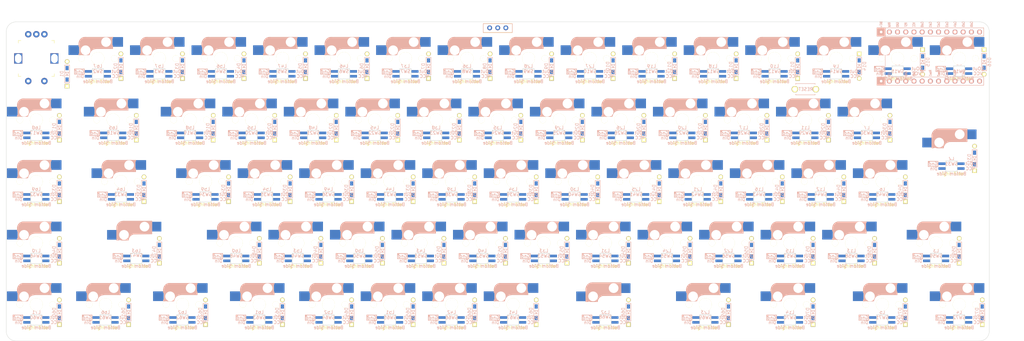
<source format=kicad_pcb>
(kicad_pcb (version 20211014) (generator pcbnew)
  (layers (0 "F.Cu" signal) (31 "B.Cu" signal) (34 "B.Paste" user) (35 "F.Paste" user) (36 "B.SilkS" user "B.Silkscreen") (37 "F.SilkS" user "F.Silkscreen") (38 "B.Mask" user) (39 "F.Mask" user) (44 "Edge.Cuts" user))
  (net 0 "")
  (net 1 "Row0")
  (net 2 "Net-(D2-Pad2)")
  (net 3 "Net-(D3-Pad2)")
  (net 4 "Net-(D4-Pad2)")
  (net 5 "Net-(D5-Pad2)")
  (net 6 "Net-(D6-Pad2)")
  (net 7 "Net-(D7-Pad2)")
  (net 8 "Net-(D8-Pad2)")
  (net 9 "Net-(D9-Pad1)")
  (net 10 "Net-(D10-Pad1)")
  (net 11 "Net-(D11-Pad1)")
  (net 12 "Net-(D12-Pad1)")
  (net 13 "Net-(D14-Pad1)")
  (net 14 "Net-(D15-Pad1)")
  (net 15 "Net-(D16-Pad1)")
  (net 16 "Net-(D17-Pad2)")
  (net 17 "Row1")
  (net 18 "Net-(D18-Pad2)")
  (net 19 "Net-(D19-Pad2)")
  (net 20 "Net-(D20-Pad2)")
  (net 21 "Net-(D21-Pad2)")
  (net 22 "Net-(D22-Pad2)")
  (net 23 "Net-(D23-Pad2)")
  (net 24 "Net-(D24-Pad2)")
  (net 25 "Net-(D25-Pad1)")
  (net 26 "Net-(D26-Pad1)")
  (net 27 "Net-(D27-Pad1)")
  (net 28 "Net-(D28-Pad1)")
  (net 29 "Net-(D29-Pad1)")
  (net 30 "Net-(D30-Pad1)")
  (net 31 "Net-(D31-Pad1)")
  (net 32 "Net-(D32-Pad2)")
  (net 33 "Row2")
  (net 34 "Net-(D33-Pad2)")
  (net 35 "Net-(D34-Pad2)")
  (net 36 "Net-(D35-Pad2)")
  (net 37 "Net-(D36-Pad2)")
  (net 38 "Net-(D37-Pad2)")
  (net 39 "Net-(D38-Pad2)")
  (net 40 "Net-(D39-Pad2)")
  (net 41 "Net-(D40-Pad1)")
  (net 42 "Net-(D41-Pad1)")
  (net 43 "Net-(D42-Pad1)")
  (net 44 "Net-(D43-Pad1)")
  (net 45 "Net-(D44-Pad1)")
  (net 46 "Net-(D45-Pad1)")
  (net 47 "Net-(D46-Pad2)")
  (net 48 "Row3")
  (net 49 "Net-(D47-Pad2)")
  (net 50 "Net-(D48-Pad2)")
  (net 51 "Net-(D49-Pad2)")
  (net 52 "Net-(D50-Pad2)")
  (net 53 "Net-(D51-Pad2)")
  (net 54 "Net-(D52-Pad2)")
  (net 55 "Net-(D53-Pad1)")
  (net 56 "Net-(D54-Pad1)")
  (net 57 "Net-(D55-Pad1)")
  (net 58 "Net-(D56-Pad1)")
  (net 59 "Net-(D57-Pad1)")
  (net 60 "Net-(D58-Pad1)")
  (net 61 "Net-(D59-Pad1)")
  (net 62 "Net-(D60-Pad2)")
  (net 63 "Row4")
  (net 64 "Net-(D61-Pad2)")
  (net 65 "Net-(D62-Pad2)")
  (net 66 "Net-(D63-Pad2)")
  (net 67 "Net-(D64-Pad2)")
  (net 68 "Net-(D65-Pad2)")
  (net 69 "Net-(D66-Pad2)")
  (net 70 "Net-(D67-Pad2)")
  (net 71 "Net-(D68-Pad1)")
  (net 72 "Net-(D69-Pad1)")
  (net 73 "Net-(D70-Pad1)")
  (net 74 "Net-(D71-Pad1)")
  (net 75 "Net-(D72-Pad1)")
  (net 76 "GND")
  (net 77 "Bat+")
  (net 78 "VCC")
  (net 79 "Net-(L1-Pad1)")
  (net 80 "LED")
  (net 81 "Net-(L2-Pad1)")
  (net 82 "Net-(L3-Pad1)")
  (net 83 "Net-(L4-Pad1)")
  (net 84 "Net-(L5-Pad1)")
  (net 85 "Net-(L6-Pad1)")
  (net 86 "Net-(L7-Pad1)")
  (net 87 "Net-(L8-Pad1)")
  (net 88 "Net-(L10-Pad3)")
  (net 89 "Net-(L10-Pad1)")
  (net 90 "Net-(L11-Pad1)")
  (net 91 "Net-(L12-Pad1)")
  (net 92 "Net-(L13-Pad1)")
  (net 93 "Net-(L14-Pad1)")
  (net 94 "Net-(L15-Pad1)")
  (net 95 "Net-(L16-Pad1)")
  (net 96 "Net-(L17-Pad1)")
  (net 97 "Net-(L18-Pad1)")
  (net 98 "Net-(L19-Pad1)")
  (net 99 "Net-(L20-Pad1)")
  (net 100 "Net-(L21-Pad1)")
  (net 101 "Net-(L22-Pad1)")
  (net 102 "Net-(L23-Pad1)")
  (net 103 "Net-(L24-Pad1)")
  (net 104 "Net-(L25-Pad1)")
  (net 105 "Net-(L26-Pad1)")
  (net 106 "Net-(L27-Pad1)")
  (net 107 "Net-(L28-Pad1)")
  (net 108 "Net-(L29-Pad1)")
  (net 109 "Net-(L30-Pad1)")
  (net 110 "Net-(L31-Pad1)")
  (net 111 "Net-(L32-Pad1)")
  (net 112 "Net-(L33-Pad1)")
  (net 113 "Net-(L34-Pad1)")
  (net 114 "Net-(L35-Pad1)")
  (net 115 "Net-(L36-Pad1)")
  (net 116 "Net-(L37-Pad1)")
  (net 117 "Net-(L38-Pad1)")
  (net 118 "Net-(L39-Pad1)")
  (net 119 "Net-(L40-Pad1)")
  (net 120 "Net-(L41-Pad1)")
  (net 121 "Net-(L42-Pad1)")
  (net 122 "Net-(L43-Pad1)")
  (net 123 "Net-(L44-Pad1)")
  (net 124 "Net-(L45-Pad1)")
  (net 125 "Net-(L46-Pad1)")
  (net 126 "Net-(L47-Pad1)")
  (net 127 "Net-(L48-Pad1)")
  (net 128 "Net-(L49-Pad1)")
  (net 129 "Net-(L50-Pad1)")
  (net 130 "Net-(L51-Pad1)")
  (net 131 "Net-(L52-Pad1)")
  (net 132 "Net-(L53-Pad1)")
  (net 133 "Net-(L54-Pad1)")
  (net 134 "Net-(L55-Pad1)")
  (net 135 "Net-(L56-Pad1)")
  (net 136 "Net-(L57-Pad1)")
  (net 137 "Net-(L58-Pad1)")
  (net 138 "Net-(L59-Pad1)")
  (net 139 "Net-(L60-Pad1)")
  (net 140 "Net-(L61-Pad1)")
  (net 141 "Net-(L62-Pad1)")
  (net 142 "Net-(L63-Pad1)")
  (net 143 "Net-(L64-Pad1)")
  (net 144 "Net-(L65-Pad1)")
  (net 145 "Net-(L66-Pad1)")
  (net 146 "Net-(L67-Pad1)")
  (net 147 "Net-(L68-Pad1)")
  (net 148 "Net-(L69-Pad1)")
  (net 149 "Net-(L70-Pad1)")
  (net 150 "A1")
  (net 151 "B1")
  (net 152 "Col0")
  (net 153 "Col1")
  (net 154 "Col2")
  (net 155 "Col3")
  (net 156 "Col4")
  (net 157 "Col5")
  (net 158 "Col6")
  (net 159 "Col7")
  (net 160 "Reset")
  (net 164 "Net-(SW1-PadS1)")
  (net 166 "Net-(SW13-Pad2)")
  (footprint "kbd_SW:CherryMX_Hotswap_1u" (layer "F.Cu") (at 76.2 47.625)
    (fp_text reference "SW19")
    (fp_text value "SW_PUSH" hide)
  )
  (footprint "kbd_SW:CherryMX_Hotswap_1.25u" (layer "F.Cu") (at 73.81875 104.775)
    (fp_text reference "SW62")
    (fp_text value "SW_PUSH" hide)
  )
  (footprint "kbd_SW:CherryMX_Hotswap_1u" (layer "F.Cu") (at 66.675 28.575)
    (fp_text reference "SW3")
    (fp_text value "SW_PUSH" hide)
  )
  (footprint "kbd_SW:CherryMX_Hotswap_1.75u" (layer "F.Cu") (at 54.76875 66.675)
    (fp_text reference "SW33")
    (fp_text value "SW_PUSH" hide)
  )
  (footprint "kbd_SW:CherryMX_Hotswap_1.25u" (layer "F.Cu") (at 50.00625 104.775)
    (fp_text reference "SW61")
    (fp_text value "SW_PUSH" hide)
  )
  (footprint "kbd_SW:CherryMX_Hotswap_1u" (layer "F.Cu") (at 47.625 28.575)
    (fp_text reference "SW2")
    (fp_text value "SW_PUSH" hide)
  )
  (footprint "kbd_SW:CherryMX_Hotswap_1.5u" (layer "F.Cu") (at 52.3875 47.625)
    (fp_text reference "SW18")
    (fp_text value "SW_PUSH" hide)
  )
  (footprint "kbd_SW:CherryMX_Hotswap_2.25u_Rev" (layer "F.Cu") (at 59.53125 85.725 180)
    (fp_text reference "SW47")
    (fp_text value "SW_PUSH" hide)
  )
  (footprint "kbd_SW:CherryMX_Hotswap_1u" (layer "F.Cu") (at 90.4875 85.725)
    (fp_text reference "SW48")
    (fp_text value "SW_PUSH" hide)
  )
  (footprint "kbd_SW:CherryMX_Hotswap_1u" (layer "F.Cu") (at 80.9625 66.675)
    (fp_text reference "SW34")
    (fp_text value "SW_PUSH" hide)
  )
  (footprint "kbd_SW:CherryMX_Hotswap_1u" (layer "F.Cu") (at 95.25 47.625)
    (fp_text reference "SW20")
    (fp_text value "SW_PUSH" hide)
  )
  (footprint "kbd_SW:CherryMX_Hotswap_1u" (layer "F.Cu") (at 85.725 28.575)
    (fp_text reference "SW4")
    (fp_text value "SW_PUSH" hide)
  )
  (footprint "kbd_SW:CherryMX_Hotswap_1u" (layer "F.Cu") (at 100.0125 66.675)
    (fp_text reference "SW35")
    (fp_text value "SW_PUSH" hide)
  )
  (footprint "kbd_SW:CherryMX_Hotswap_1u" (layer "F.Cu") (at 109.5375 85.725)
    (fp_text reference "SW49")
    (fp_text value "SW_PUSH" hide)
  )
  (footprint "kbd_SW:CherryMX_Hotswap_1u" (layer "F.Cu") (at 114.3 47.625)
    (fp_text reference "SW21")
    (fp_text value "SW_PUSH" hide)
  )
  (footprint "kbd_SW:CherryMX_Hotswap_1u" (layer "F.Cu") (at 128.5875 85.725)
    (fp_text reference "SW50")
    (fp_text value "SW_PUSH" hide)
  )
  (footprint "kbd_SW:CherryMX_Hotswap_1u" (layer "F.Cu") (at 104.775 28.575)
    (fp_text reference "SW5")
    (fp_text value "SW_PUSH" hide)
  )
  (footprint "kbd_SW:CherryMX_Hotswap_1u" (layer "F.Cu") (at 119.0625 66.675)
    (fp_text reference "SW36")
    (fp_text value "SW_PUSH" hide)
  )
  (footprint "kbd_SW:CherryMX_Hotswap_1u" (layer "F.Cu") (at 133.35 47.625)
    (fp_text reference "SW22")
    (fp_text value "SW_PUSH" hide)
  )
  (footprint "kbd_SW:CherryMX_Hotswap_1u" (layer "F.Cu") (at 123.825 28.575)
    (fp_text reference "SW6")
    (fp_text value "SW_PUSH" hide)
  )
  (footprint "kbd_SW:CherryMX_Hotswap_1u" (layer "F.Cu") (at 185.7375 85.725)
    (fp_text reference "SW53")
    (fp_text value "SW_PUSH" hide)
  )
  (footprint "kbd_SW:CherryMX_Hotswap_1u" (layer "F.Cu") (at 138.1125 66.675)
    (fp_text reference "SW37")
    (fp_text value "SW_PUSH" hide)
  )
  (footprint "kbd_SW:CherryMX_Hotswap_1u" (layer "F.Cu") (at 152.4 47.625)
    (fp_text reference "SW23")
    (fp_text value "SW_PUSH" hide)
  )
  (footprint "kbd_SW:CherryMX_Hotswap_1u" (layer "F.Cu") (at 166.6875 85.725)
    (fp_text reference "SW52")
    (fp_text value "SW_PUSH" hide)
  )
  (footprint "kbd_SW:CherryMX_Hotswap_1u" (layer "F.Cu") (at 171.45 47.625)
    (fp_text reference "SW24")
    (fp_text value "SW_PUSH" hide)
  )
  (footprint "kbd_SW:CherryMX_Hotswap_1u" (layer "F.Cu") (at 176.2125 66.675)
    (fp_text reference "SW39")
    (fp_text value "SW_PUSH" hide)
  )
  (footprint "kbd_SW:CherryMX_Hotswap_1u" (layer "F.Cu") (at 142.875 28.575)
    (fp_text reference "SW7")
    (fp_text value "SW_PUSH" hide)
  )
  (footprint "kbd_SW:CherryMX_Hotswap_1u" (layer "F.Cu") (at 147.6375 85.725)
    (fp_text reference "SW51")
    (fp_text value "SW_PUSH" hide)
  )
  (footprint "kbd_SW:CherryMX_Hotswap_1u" (layer "F.Cu") (at 157.1625 66.675)
    (fp_text reference "SW38")
    (fp_text value "SW_PUSH" hide)
  )
  (footprint "kbd_SW:CherryMX_Hotswap_1u" (layer "F.Cu") (at 161.925 28.575)
    (fp_text reference "SW8")
    (fp_text value "SW_PUSH" hide)
  )
  (footprint "kbd_SW:CherryMX_Hotswap_1u" (layer "F.Cu") (at 214.3125 66.675)
    (fp_text reference "SW41")
    (fp_text value "SW_PUSH" hide)
  )
  (footprint "kbd_SW:CherryMX_Hotswap_1u" (layer "F.Cu") (at 204.7875 85.725)
    (fp_text reference "SW54")
    (fp_text value "SW_PUSH" hide)
  )
  (footprint "kbd_SW:CherryMX_Hotswap_1u" (layer "F.Cu") (at 219.075 28.575)
    (fp_text reference "SW11")
    (fp_text value "SW_PUSH" hide)
  )
  (footprint "kbd_SW:CherryMX_Hotswap_1u" (layer "F.Cu") (at 228.6 47.625)
    (fp_text reference "SW27")
    (fp_text value "SW_PUSH" hide)
  )
  (footprint "kbd_SW:CherryMX_Hotswap_1u" (layer "F.Cu") (at 200.025 28.575)
    (fp_text reference "SW10")
    (fp_text value "SW_PUSH" hide)
  )
  (footprint "kbd_SW:CherryMX_Hotswap_1u" (layer "F.Cu") (at 195.2625 66.675)
    (fp_text reference "SW40")
    (fp_text value "SW_PUSH" hide)
  )
  (footprint "kbd_SW:CherryMX_Hotswap_1u" (layer "F.Cu") (at 242.8875 85.725)
    (fp_text reference "SW56")
    (fp_text value "SW_PUSH" hide)
  )
  (footprint "kbd_SW:CherryMX_Hotswap_1u" (layer "F.Cu") (at 180.975 28.575)
    (fp_text reference "SW9")
    (fp_text value "SW_PUSH" hide)
  )
  (footprint "kbd_SW:CherryMX_Hotswap_1u" (layer "F.Cu") (at 223.8375 85.725)
    (fp_text reference "SW55")
    (fp_text value "SW_PUSH" hide)
  )
  (footprint "kbd_SW:CherryMX_Hotswap_1u" (layer "F.Cu") (at 190.5 47.625)
    (fp_text reference "SW25")
    (fp_text value "SW_PUSH" hide)
  )
  (footprint "kbd_SW:CherryMX_Hotswap_1u" (layer "F.Cu") (at 233.3625 66.675)
    (fp_text reference "SW42")
    (fp_text value "SW_PUSH" hide)
  )
  (footprint "kbd_SW:CherryMX_Hotswap_1u" (layer "F.Cu") (at 209.55 47.625)
    (fp_text reference "SW26")
    (fp_text value "SW_PUSH" hide)
  )
  (footprint "kbd_SW:CherryMX_Hotswap_1.75u" (layer "F.Cu") (at 307.18125 85.725)
    (fp_text reference "SW59")
    (fp_text value "SW_PUSH" hide)
  )
  (footprint "kbd_SW:CherryMX_Hotswap_1u" (layer "F.Cu") (at 257.175 28.575)
    (fp_text reference "SW13")
    (fp_text value "SW_PUSH" hide)
  )
  (footprint "kbd_SW:CherryMX_Hotswap_1u" (layer "F.Cu") (at 261.9375 85.725)
    (fp_text reference "SW57")
    (fp_text value "SW_PUSH" hide)
  )
  (footprint "kbd_SW:CherryMX_Hotswap_1u" (layer "F.Cu") (at 247.65 47.625)
    (fp_text reference "SW28")
    (fp_text value "SW_PUSH" hide)
  )
  (footprint "kbd_SW:CherryMX_Hotswap_1u" (layer "F.Cu") (at 252.4125 66.675)
    (fp_text reference "SW43")
    (fp_text value "SW_PUSH" hide)
  )
  (footprint "kbd_SW:CherryMX_Hotswap_1u" (layer "F.Cu") (at 290.5125 66.675)
    (fp_text reference "SW45")
    (fp_text value "SW_PUSH" hide)
  )
  (footprint "kbd_SW:CherryMX_Hotswap_1u" (layer "F.Cu") (at 266.7 47.625)
    (fp_text reference "SW29")
    (fp_text value "SW_PUSH" hide)
  )
  (footprint "kbd_SW:CherryMX_Hotswap_1u" (layer "F.Cu") (at 276.225 28.575)
    (fp_text reference "SW14")
    (fp_text value "SW_PUSH" hide)
  )
  (footprint "kbd_SW:CherryMX_Hotswap_1u" (layer "F.Cu") (at 238.125 28.575)
    (fp_text reference "SW12")
    (fp_text value "SW_PUSH" hide)
  )
  (footprint "kbd_SW:CherryMX_Hotswap_1u" (layer "F.Cu") (at 271.4625 66.675)
    (fp_text reference "SW44")
    (fp_text value "SW_PUSH" hide)
  )
  (footprint "kbd_SW:CherryMX_Hotswap_1u" (layer "F.Cu") (at 285.75 47.625)
    (fp_text reference "SW30")
    (fp_text value "SW_PUSH" hide)
  )
  (footprint "kbd_SW:CherryMX_Hotswap_ISO_Rev" (layer "F.Cu") (at 311.94375 57.15 90)
    (fp_text reference "SW31")
    (fp_text value "SW_PUSH" hide)
  )
  (footprint "kbd_SW:CherryMX_Hotswap_1u" (layer "F.Cu") (at 28.575 85.725)
    (fp_text reference "SW46")
    (fp_text value "SW_PUSH" hide)
  )
  (footprint "kbd_Parts:RotaryEncoder_EC12E" (layer "F.Cu") (at 28.575 28.575 -90)
    (fp_text reference "SW1")
    (fp_text value "RotaryEncoder_Switch")
  )
  (footprint "kbd_SW:CherryMX_Hotswap_1u" (layer "F.Cu") (at 28.575 47.625)
    (fp_text reference "SW17")
    (fp_text value "SW_PUSH" hide)
  )
  (footprint "kbd_SW:CherryMX_Hotswap_1u" (layer "F.Cu") (at 28.575 66.675)
    (fp_text reference "SW32")
    (fp_text value "SW_PUSH" hide)
  )
  (footprint "kbd_SW:CherryMX_Hotswap_1u" (layer "F.Cu") (at 280.9875 85.725)
    (fp_text reference "SW58")
    (fp_text value "SW_PUSH" hide)
  )
  (footprint "kbd_SW:CherryMX_Hotswap_1u" (layer "F.Cu") (at 314.325 28.575)
    (fp_text reference "SW16")
    (fp_text value "SW_PUSH" hide)
  )
  (footprint "kbd_SW:CherryMX_Hotswap_1u" (layer "F.Cu") (at 295.275 28.575)
    (fp_text reference "SW15")
    (fp_text value "SW_PUSH" hide)
  )
  (footprint "kbd_SW:CherryMX_Hotswap_1u" (layer "F.Cu") (at 28.575 104.775)
    (fp_text reference "SW60")
    (fp_text value "SW_PUSH" hide)
  )
  (footprint "kbd_SW:CherryMX_Hotswap_1u" (layer "F.Cu") (at 138.1125 104.775)
    (fp_text reference "SW65")
    (fp_text value "SW_PUSH" hide)
  )
  (footprint "kbd_SW:CherryMX_Hotswap_1u" (layer "F.Cu") (at 119.0625 104.775)
    (fp_text reference "SW64")
    (fp_text value "SW_PUSH" hide)
  )
  (footprint "kbd_Parts:LED_SK6812MINI-E_BL" (layer "F.Cu") (at 104.775 33.3375)
    (fp_text reference "L47")
    (fp_text value "SK6812MINI")
    (fp_line (start 1.75 1.6) (end -1.75 1.6) (layer "Edge.Cuts") (width 0.12))
    (fp_line (start 1.75 -1.6) (end 1.75 1.6) (layer "Edge.Cuts") (width 0.12))
    (fp_line (start -1.75 1.6) (end -1.75 -1.6) (layer "Edge.Cuts") (width 0.12))
    (fp_line (start -1.75 -1.6) (end 1.75 -1.6) (layer "Edge.Cuts") (width 0.12))
  )
  (footprint "kbd_Parts:Diode_TH_SMD" (layer "F.Cu") (at 61.9125 69.05625 90)
    (fp_text reference "D33")
    (fp_text value "D" hide)
  )
  (footprint "kbd_Parts:Diode_TH_SMD" (layer "F.Cu") (at 169.06875 30.95625 90)
    (fp_text reference "D8")
    (fp_text value "D" hide)
  )
  (footprint "kbd_Parts:Diode_TH_SMD" (layer "F.Cu") (at 102.39375 50.00625 90)
    (fp_text reference "D20")
    (fp_text value "D" hide)
  )
  (footprint "kbd_Parts:LED_SK6812MINI-E_BL" (layer "F.Cu") (at 147.6375 90.4875)
    (fp_text reference "L43")
    (fp_text value "SK6812MINI")
    (fp_line (start 1.75 1.6) (end -1.75 1.6) (layer "Edge.Cuts") (width 0.12))
    (fp_line (start 1.75 -1.6) (end 1.75 1.6) (layer "Edge.Cuts") (width 0.12))
    (fp_line (start -1.75 1.6) (end -1.75 -1.6) (layer "Edge.Cuts") (width 0.12))
    (fp_line (start -1.75 -1.6) (end 1.75 -1.6) (layer "Edge.Cuts") (width 0.12))
  )
  (footprint "kbd_Parts:LED_SK6812MINI-E_BL" (layer "F.Cu") (at 235.74375 109.5375)
    (fp_text reference "L23")
    (fp_text value "SK6812MINI")
    (fp_line (start 1.75 -1.6) (end 1.75 1.6) (layer "Edge.Cuts") (width 0.12))
    (fp_line (start 1.75 1.6) (end -1.75 1.6) (layer "Edge.Cuts") (width 0.12))
    (fp_line (start -1.75 -1.6) (end 1.75 -1.6) (layer "Edge.Cuts") (width 0.12))
    (fp_line (start -1.75 1.6) (end -1.75 -1.6) (layer "Edge.Cuts") (width 0.12))
  )
  (footprint "kbd_Parts:LED_SK6812MINI-E_BL" (layer "F.Cu") (at 233.3625 71.4375)
    (fp_text reference "L21")
    (fp_text value "SK6812MINI")
    (fp_line (start 1.75 1.6) (end -1.75 1.6) (layer "Edge.Cuts") (width 0.12))
    (fp_line (start -1.75 1.6) (end -1.75 -1.6) (layer "Edge.Cuts") (width 0.12))
    (fp_line (start 1.75 -1.6) (end 1.75 1.6) (layer "Edge.Cuts") (width 0.12))
    (fp_line (start -1.75 -1.6) (end 1.75 -1.6) (layer "Edge.Cuts") (width 0.12))
  )
  (footprint "kbd_Parts:Diode_TH_SMD" (layer "F.Cu") (at 197.64375 50.00625 90)
    (fp_text reference "D25")
    (fp_text value "D" hide)
  )
  (footprint "kbd_Parts:Diode_TH_SMD" (layer "F.Cu") (at 150.01875 30.95625 90)
    (fp_text reference "D7")
    (fp_text value "D" hide)
  )
  (footprint "kbd_SW:CherryMX_Hotswap_1.5u" (layer "F.Cu") (at 290.5125 104.775)
    (fp_text reference "SW71")
    (fp_text value "SW_PUSH" hide)
  )
  (footprint "kbd_Parts:LED_SK6812MINI-E_BL" (layer "F.Cu") (at 100.0125 71.4375)
    (fp_text reference "L54")
    (fp_text value "SK6812MINI")
    (fp_line (start 1.75 -1.6) (end 1.75 1.6) (layer "Edge.Cuts") (width 0.12))
    (fp_line (start 1.75 1.6) (end -1.75 1.6) (layer "Edge.Cuts") (width 0.12))
    (fp_line (start -1.75 1.6) (end -1.75 -1.6) (layer "Edge.Cuts") (width 0.12))
    (fp_line (start -1.75 -1.6) (end 1.75 -1.6) (layer "Edge.Cuts") (width 0.12))
  )
  (footprint "kbd_Parts:Diode_TH_SMD" (layer "F.Cu") (at 235.74375 50.00625 90)
    (fp_text reference "D27")
    (fp_text value "D" hide)
  )
  (footprint "kbd_Parts:Diode_TH_SMD" (layer "F.Cu") (at 173.83125 88.10625 90)
    (fp_text reference "D52")
    (fp_text value "D" hide)
  )
  (footprint "kbd_Parts:LED_SK6812MINI-E_BL" (layer "F.Cu") (at 290.5125 109.5375)
    (fp_text reference "L5")
    (fp_text value "SK6812MINI")
    (fp_line (start -1.75 -1.6) (end 1.75 -1.6) (layer "Edge.Cuts") (width 0.12))
    (fp_line (start 1.75 1.6) (end -1.75 1.6) (layer "Edge.Cuts") (width 0.12))
    (fp_line (start 1.75 -1.6) (end 1.75 1.6) (layer "Edge.Cuts") (width 0.12))
    (fp_line (start -1.75 1.6) (end -1.75 -1.6) (layer "Edge.Cuts") (width 0.12))
  )
  (footprint "kbd_Parts:LED_SK6812MINI-E_BL" (layer "F.Cu") (at 238.125 33.3375)
    (fp_text reference "L18")
    (fp_text value "SK6812MINI")
    (fp_line (start 1.75 -1.6) (end 1.75 1.6) (layer "Edge.Cuts") (width 0.12))
    (fp_line (start -1.75 1.6) (end -1.75 -1.6) (layer "Edge.Cuts") (width 0.12))
    (fp_line (start -1.75 -1.6) (end 1.75 -1.6) (layer "Edge.Cuts") (width 0.12))
    (fp_line (start 1.75 1.6) (end -1.75 1.6) (layer "Edge.Cuts") (width 0.12))
  )
  (footprint "kbd_Parts:LED_SK6812MINI-E_BL" (layer "F.Cu") (at 66.675 33.3375)
    (fp_text reference "L57")
    (fp_text value "SK6812MINI")
    (fp_line (start -1.75 -1.6) (end 1.75 -1.6) (layer "Edge.Cuts") (width 0.12))
    (fp_line (start 1.75 -1.6) (end 1.75 1.6) (layer "Edge.Cuts") (width 0.12))
    (fp_line (start -1.75 1.6) (end -1.75 -1.6) (layer "Edge.Cuts") (width 0.12))
    (fp_line (start 1.75 1.6) (end -1.75 1.6) (layer "Edge.Cuts") (width 0.12))
  )
  (footprint "kbd_Parts:LED_SK6812MINI-E_BL" (layer "F.Cu") (at 266.7 52.3875)
    (fp_text reference "L11")
    (fp_text value "SK6812MINI")
    (fp_line (start -1.75 -1.6) (end 1.75 -1.6) (layer "Edge.Cuts") (width 0.12))
    (fp_line (start 1.75 -1.6) (end 1.75 1.6) (layer "Edge.Cuts") (width 0.12))
    (fp_line (start 1.75 1.6) (end -1.75 1.6) (layer "Edge.Cuts") (width 0.12))
    (fp_line (start -1.75 1.6) (end -1.75 -1.6) (layer "Edge.Cuts") (width 0.12))
  )
  (footprint "kbd_Parts:LED_SK6812MINI-E_BL" (layer "F.Cu") (at 80.9625 71.4375)
    (fp_text reference "L59")
    (fp_text value "SK6812MINI")
    (fp_line (start 1.75 1.6) (end -1.75 1.6) (layer "Edge.Cuts") (width 0.12))
    (fp_line (start 1.75 -1.6) (end 1.75 1.6) (layer "Edge.Cuts") (width 0.12))
    (fp_line (start -1.75 1.6) (end -1.75 -1.6) (layer "Edge.Cuts") (width 0.12))
    (fp_line (start -1.75 -1.6) (end 1.75 -1.6) (layer "Edge.Cuts") (width 0.12))
  )
  (footprint "kbd_Parts:LED_SK6812MINI-E_BL" (layer "F.Cu") (at 97.63125 109.5375)
    (fp_text reference "L61")
    (fp_text value "SK6812MINI")
    (fp_line (start -1.75 1.6) (end -1.75 -1.6) (layer "Edge.Cuts") (width 0.12))
    (fp_line (start 1.75 -1.6) (end 1.75 1.6) (layer "Edge.Cuts") (width 0.12))
    (fp_line (start 1.75 1.6) (end -1.75 1.6) (layer "Edge.Cuts") (width 0.12))
    (fp_line (start -1.75 -1.6) (end 1.75 -1.6) (layer "Edge.Cuts") (width 0.12))
  )
  (footprint "kbd_Parts:Diode_TH_SMD" (layer "F.Cu") (at 303 29.68125 -90)
    (fp_text reference "D15")
    (fp_text value "D" hide)
  )
  (footprint "kbd_Parts:LED_SK6812MINI-E_BL" (layer "F.Cu") (at 52.3875 52.3875)
    (fp_text reference "L65")
    (fp_text value "SK6812MINI")
    (fp_line (start 1.75 -1.6) (end 1.75 1.6) (layer "Edge.Cuts") (width 0.12))
    (fp_line (start -1.75 1.6) (end -1.75 -1.6) (layer "Edge.Cuts") (width 0.12))
    (fp_line (start 1.75 1.6) (end -1.75 1.6) (layer "Edge.Cuts") (width 0.12))
    (fp_line (start -1.75 -1.6) (end 1.75 -1.6) (layer "Edge.Cuts") (width 0.12))
  )
  (footprint "kbd_Parts:Diode_TH_SMD" (layer "F.Cu") (at 183.35625 69.05625 90)
    (fp_text reference "D39")
    (fp_text value "D" hide)
  )
  (footprint "kbd_Parts:LED_SK6812MINI-E_BL" (layer "F.Cu") (at 157.1625 109.5375)
    (fp_text reference "L42")
    (fp_text value "SK6812MINI")
    (fp_line (start 1.75 1.6) (end -1.75 1.6) (layer "Edge.Cuts") (width 0.12))
    (fp_line (start -1.75 -1.6) (end 1.75 -1.6) (layer "Edge.Cuts") (width 0.12))
    (fp_line (start 1.75 -1.6) (end 1.75 1.6) (layer "Edge.Cuts") (width 0.12))
    (fp_line (start -1.75 1.6) (end -1.75 -1.6) (layer "Edge.Cuts") (width 0.12))
  )
  (footprint "kbd_Parts:Diode_TH_SMD" (layer "F.Cu") (at 107.15625 69.05625 90)
    (fp_text reference "D35")
    (fp_text value "D" hide)
  )
  (footprint "kbd_Parts:Diode_TH_SMD" (layer "F.Cu") (at 35.71875 88.10625 90)
    (fp_text reference "D46")
    (fp_text value "D" hide)
  )
  (footprint "kbd_Parts:Diode_TH_SMD" (layer "F.Cu") (at 245.26875 30.95625 90)
    (fp_text reference "D12")
    (fp_text value "D" hide)
  )
  (footprint "kbd_Parts:LED_SK6812MINI-E_BL" (layer "F.Cu") (at 261.9375 90.4875)
    (fp_text reference "L15")
    (fp_text value "SK6812MINI")
    (fp_line (start 1.75 1.6) (end -1.75 1.6) (layer "Edge.Cuts") (width 0.12))
    (fp_line (start -1.75 1.6) (end -1.75 -1.6) (layer "Edge.Cuts") (width 0.12))
    (fp_line (start 1.75 -1.6) (end 1.75 1.6) (layer "Edge.Cuts") (width 0.12))
    (fp_line (start -1.75 -1.6) (end 1.75 -1.6) (layer "Edge.Cuts") (width 0.12))
  )
  (footprint "kbd_Parts:Diode_TH_SMD" (layer "F.Cu") (at 207.16875 30.95625 90)
    (fp_text reference "D10")
    (fp_text value "D" hide)
  )
  (footprint "kbd_Parts:LED_SK6812MINI-E_BL" (layer "F.Cu") (at 28.575 71.4375)
    (fp_text reference "L69")
    (fp_text value "SK6812MINI")
    (fp_line (start -1.75 1.6) (end -1.75 -1.6) (layer "Edge.Cuts") (width 0.12))
    (fp_line (start 1.75 -1.6) (end 1.75 1.6) (layer "Edge.Cuts") (width 0.12))
    (fp_line (start 1.75 1.6) (end -1.75 1.6) (layer "Edge.Cuts") (width 0.12))
    (fp_line (start -1.75 -1.6) (end 1.75 -1.6) (layer "Edge.Cuts") (width 0.12))
  )
  (footprint "kbd_Parts:LED_SK6812MINI-E_BL" (layer "F.Cu") (at 123.825 33.3375)
    (fp_text reference "L46")
    (fp_text value "SK6812MINI")
    (fp_line (start 1.75 -1.6) (end 1.75 1.6) (layer "Edge.Cuts") (width 0.12))
    (fp_line (start -1.75 -1.6) (end 1.75 -1.6) (layer "Edge.Cuts") (width 0.12))
    (fp_line (start 1.75 1.6) (end -1.75 1.6) (layer "Edge.Cuts") (width 0.12))
    (fp_line (start -1.75 1.6) (end -1.75 -1.6) (layer "Edge.Cuts") (width 0.12))
  )
  (footprint "kbd_Parts:LED_SK6812MINI-E_BL" (layer "F.Cu") (at 204.7875 90.4875)
    (fp_text reference "L31")
    (fp_text value "SK6812MINI")
    (fp_line (start 1.75 1.6) (end -1.75 1.6) (layer "Edge.Cuts") (width 0.12))
    (fp_line (start 1.75 -1.6) (end 1.75 1.6) (layer "Edge.Cuts") (width 0.12))
    (fp_line (start -1.75 1.6) (end -1.75 -1.6) (layer "Edge.Cuts") (width 0.12))
    (fp_line (start -1.75 -1.6) (end 1.75 -1.6) (layer "Edge.Cuts") (width 0.12))
  )
  (footprint "kbd_Parts:Diode_TH_SMD" (layer "F.Cu") (at 164.30625 107.15625 90)
    (fp_text reference "D66")
    (fp_text value "D" hide)
  )
  (footprint "kbd_Parts:Diode_TH_SMD" (layer "F.Cu") (at 221.45625 69.05625 90)
    (fp_text reference "D41")
    (fp_text value "D" hide)
  )
  (footprint "kbd_Parts:LED_SK6812MINI-E_BL" (layer "F.Cu") (at 142.875 33.3375)
    (fp_text reference "L37")
    (fp_text value "SK6812MINI")
    (fp_line (start -1.75 1.6) (end -1.75 -1.6) (layer "Edge.Cuts") (width 0.12))
    (fp_line (start 1.75 1.6) (end -1.75 1.6) (layer "Edge.Cuts") (width 0.12))
    (fp_line (start 1.75 -1.6) (end 1.75 1.6) (layer "Edge.Cuts") (width 0.12))
    (fp_line (start -1.75 -1.6) (end 1.75 -1.6) (layer "Edge.Cuts") (width 0.12))
  )
  (footprint "kbd_Parts:Diode_TH_SMD" (layer "F.Cu") (at 250.03125 88.10625 90)
    (fp_text reference "D56")
    (fp_text value "D" hide)
  )
  (footprint "kbd_Parts:LED_SK6812MINI-E_BL" (layer "F.Cu") (at 109.5375 90.4875)
    (fp_text reference "L53")
    (fp_text value "SK6812MINI")
    (fp_line (start 1.75 1.6) (end -1.75 1.6) (layer "Edge.Cuts") (width 0.12))
    (fp_line (start 1.75 -1.6) (end 1.75 1.6) (layer "Edge.Cuts") (width 0.12))
    (fp_line (start -1.75 -1.6) (end 1.75 -1.6) (layer "Edge.Cuts") (width 0.12))
    (fp_line (start -1.75 1.6) (end -1.75 -1.6) (layer "Edge.Cuts") (width 0.12))
  )
  (footprint "kbd_Parts:LED_SK6812MINI-E_BL" (layer "F.Cu") (at 214.3125 71.4375)
    (fp_text reference "L25")
    (fp_text value "SK6812MINI")
    (fp_line (start -1.75 1.6) (end -1.75 -1.6) (layer "Edge.Cuts") (width 0.12))
    (fp_line (start 1.75 1.6) (end -1.75 1.6) (layer "Edge.Cuts") (width 0.12))
    (fp_line (start 1.75 -1.6) (end 1.75 1.6) (layer "Edge.Cuts") (width 0.12))
    (fp_line (start -1.75 -1.6) (end 1.75 -1.6) (layer "Edge.Cuts") (width 0.12))
  )
  (footprint "kbd_Parts:LED_SK6812MINI-E_BL" (layer "F.Cu") (at 195.2625 71.4375)
    (fp_text reference "L30")
    (fp_text value "SK6812MINI")
    (fp_line (start -1.75 1.6) (end -1.75 -1.6) (layer "Edge.Cuts") (width 0.12))
    (fp_line (start -1.75 -1.6) (end 1.75 -1.6) (layer "Edge.Cuts") (width 0.12))
    (fp_line (start 1.75 1.6) (end -1.75 1.6) (layer "Edge.Cuts") (width 0.12))
    (fp_line (start 1.75 -1.6) (end 1.75 1.6) (layer "Edge.Cuts") (width 0.12))
  )
  (footprint "kbd_Parts:Diode_TH_SMD" (layer "F.Cu") (at 97.63125 88.10625 90)
    (fp_text reference "D48")
    (fp_text value "D" hide)
  )
  (footprint "kbd_SW:CherryMX_Hotswap_1.25u" (layer "F.Cu") (at 97.63125 104.775)
    (fp_text reference "SW63")
    (fp_text value "SW_PUSH" hide)
  )
  (footprint "kbd_Parts:Diode_TH_SMD" (layer "F.Cu") (at 240.50625 69.05625 90)
    (fp_text reference "D42")
    (fp_text value "D" hide)
  )
  (footprint "kbd_Parts:Diode_TH_SMD" (layer "F.Cu") (at 259.55625 69.05625 90)
    (fp_text reference "D43")
    (fp_text value "D" hide)
  )
  (footprint "kbd_Parts:LED_SK6812MINI-E_BL" (layer "F.Cu") (at 166.6875 90.4875)
    (fp_text reference "L40")
    (fp_text value "SK6812MINI")
    (fp_line (start -1.75 1.6) (end -1.75 -1.6) (layer "Edge.Cuts") (width 0.12))
    (fp_line (start 1.75 -1.6) (end 1.75 1.6) (layer "Edge.Cuts") (width 0.12))
    (fp_line (start -1.75 -1.6) (end 1.75 -1.6) (layer "Edge.Cuts") (width 0.12))
    (fp_line (start 1.75 1.6) (end -1.75 1.6) (layer "Edge.Cuts") (width 0.12))
  )
  (footprint "kbd_Parts:Diode_TH_SMD" (layer "F.Cu") (at 278.60625 69.05625 90)
    (fp_text reference "D44")
    (fp_text value "D" hide)
  )
  (footprint "kbd_Parts:LED_SK6812MINI-E_BL" (layer "F.Cu") (at 114.3 52.3875)
    (fp_text reference "L48")
    (fp_text value "SK6812MINI")
    (fp_line (start 1.75 1.6) (end -1.75 1.6) (layer "Edge.Cuts") (width 0.12))
    (fp_line (start -1.75 1.6) (end -1.75 -1.6) (layer "Edge.Cuts") (width 0.12))
    (fp_line (start -1.75 -1.6) (end 1.75 -1.6) (layer "Edge.Cuts") (width 0.12))
    (fp_line (start 1.75 -1.6) (end 1.75 1.6) (layer "Edge.Cuts") (width 0.12))
  )
  (footprint "kbd_Parts:Diode_TH_SMD" (layer "F.Cu") (at 126.20625 69.05625 90)
    (fp_text reference "D36")
    (fp_text value "D" hide)
  )
  (footprint "kbd_Parts:Diode_TH_SMD" (layer "F.Cu") (at 92.86875 30.95625 90)
    (fp_text reference "D4")
    (fp_text value "D" hide)
  )
  (footprint "kbd_SW:CherryMX_Hotswap_1.5u" (layer "F.Cu") (at 261.9375 104.775)
    (fp_text reference "SW70")
    (fp_text value "SW_PUSH" hide)
  )
  (footprint "kbd_Parts:LED_SK6812MINI-E_BL" (layer "F.Cu") (at 295.275 32.5)
    (fp_text reference "L8")
    (fp_text value "SK6812MINI")
    (fp_line (start -1.75 -1.6) (end 1.75 -1.6) (layer "Edge.Cuts") (width 0.12))
    (fp_line (start 1.75 1.6) (end -1.75 1.6) (layer "Edge.Cuts") (width 0.12))
    (fp_line (start 1.75 -1.6) (end 1.75 1.6) (layer "Edge.Cuts") (width 0.12))
    (fp_line (start -1.75 1.6) (end -1.75 -1.6) (layer "Edge.Cuts") (width 0.12))
  )
  (footprint "kbd_Parts:LED_SK6812MINI-E_BL" (layer "F.Cu") (at 54.76875 71.4375)
    (fp_text reference "L64")
    (fp_text value "SK6812MINI")
    (fp_line (start -1.75 -1.6) (end 1.75 -1.6) (layer "Edge.Cuts") (width 0.12))
    (fp_line (start 1.75 -1.6) (end 1.75 1.6) (layer "Edge.Cuts") (width 0.12))
    (fp_line (start 1.75 1.6) (end -1.75 1.6) (layer "Edge.Cuts") (width 0.12))
    (fp_line (start -1.75 1.6) (end -1.75 -1.6) (layer "Edge.Cuts") (width 0.12))
  )
  (footprint "kbd_Parts:LED_SK6812MINI-E_BL" (layer "F.Cu") (at 185.7375 90.4875)
    (fp_text reference "L33")
    (fp_text value "SK6812MINI")
    (fp_line (start 1.75 -1.6) (end 1.75 1.6) (layer "Edge.Cuts") (width 0.12))
    (fp_line (start -1.75 -1.6) (end 1.75 -1.6) (layer "Edge.Cuts") (width 0.12))
    (fp_line (start 1.75 1.6) (end -1.75 1.6) (layer "Edge.Cuts") (width 0.12))
    (fp_line (start -1.75 1.6) (end -1.75 -1.6) (layer "Edge.Cuts") (width 0.12))
  )
  (footprint "kbd_Parts:Diode_TH_SMD" (layer "F.Cu") (at 135.73125 88.10625 90)
    (fp_text reference "D50")
    (fp_text value "D" hide)
  )
  (footprint "kbd_Parts:LED_SK6812MINI-E_BL" (layer "F.Cu") (at 176.2125 109.5375)
    (fp_text reference "L41")
    (fp_text value "SK6812MINI")
    (fp_line (start 1.75 -1.6) (end 1.75 1.6) (layer "Edge.Cuts") (width 0.12))
    (fp_line (start 1.75 1.6) (end -1.75 1.6) (layer "Edge.Cuts") (width 0.12))
    (fp_line (start -1.75 -1.6) (end 1.75 -1.6) (layer "Edge.Cuts") (width 0.12))
    (fp_line (start -1.75 1.6) (end -1.75 -1.6) (layer "Edge.Cuts") (width 0.12))
  )
  (footprint "kbd_Parts:Diode_TH_SMD" (layer "F.Cu") (at 80.9625 107.15625 90)
    (fp_text reference "D62")
    (fp_text value "D" hide)
  )
  (footprint "kbd_Parts:Diode_TH_SMD" (layer "F.Cu") (at 35.71875 69.05625 90)
    (fp_text reference "D32")
    (fp_text value "D" hide)
  )
  (footprint "kbd_Parts:Diode_TH_SMD" (layer "F.Cu") (at 57.15 107.15625 90)
    (fp_text reference "D61")
    (fp_text value "D" hide)
  )
  (footprint "kbd_Parts:LED_SK6812MINI-E_BL" (layer "F.Cu") (at 28.575 52.3875)
    (fp_text reference "L68")
    (fp_text value "SK6812MINI")
    (fp_line (start 1.75 -1.6) (end 1.75 1.6) (layer "Edge.Cuts") (width 0.12))
    (fp_line (start -1.75 1.6) (end -1.75 -1.6) (layer "Edge.Cuts") (width 0.12))
    (fp_line (start 1.75 1.6) (end -1.75 1.6) (layer "Edge.Cuts") (width 0.12))
    (fp_line (start -1.75 -1.6) (end 1.75 -1.6) (layer "Edge.Cuts") (width 0.12))
  )
  (footprint "kbd_Parts:Diode_TH_SMD" (layer "F.Cu") (at 104.775 107.15625 90)
    (fp_text reference "D63")
    (fp_text value "D" hide)
  )
  (footprint "kbd_Parts:LED_SK6812MINI-E_BL" (layer "F.Cu") (at 228.6 52.3875)
    (fp_text reference "L20")
    (fp_text value "SK6812MINI")
    (fp_line (start -1.75 1.6) (end -1.75 -1.6) (layer "Edge.Cuts") (width 0.12))
    (fp_line (start 1.75 -1.6) (end 1.75 1.6) (layer "Edge.Cuts") (width 0.12))
    (fp_line (start 1.75 1.6) (end -1.75 1.6) (layer "Edge.Cuts") (width 0.12))
    (fp_line (start -1.75 -1.6) (end 1.75 -1.6) (layer "Edge.Cuts") (width 0.12))
  )
  (footprint "kbd_Parts:Diode_TH_SMD" (layer "F.Cu") (at 192.88125 88.10625 90)
    (fp_text reference "D53")
    (fp_text value "D" hide)
  )
  (footprint "kbd_Parts:Diode_TH_SMD" (layer "F.Cu") (at 140.49375 50.00625 90)
    (fp_text reference "D22")
    (fp_text value "D" hide)
  )
  (footprint "kbd_Parts:LED_SK6812MINI-E_BL" (layer "F.Cu") (at 223.8375 90.4875)
    (fp_text reference "L24")
    (fp_text value "SK6812MINI")
    (fp_line (start -1.75 -1.6) (end 1.75 -1.6) (layer "Edge.Cuts") (width 0.12))
    (fp_line (start 1.75 1.6) (end -1.75 1.6) (layer "Edge.Cuts") (width 0.12))
    (fp_line (start 1.75 -1.6) (end 1.75 1.6) (layer "Edge.Cuts") (width 0.12))
    (fp_line (start -1.75 1.6) (end -1.75 -1.6) (layer "Edge.Cuts") (width 0.12))
  )
  (footprint "kbd_Parts:LED_SK6812MINI-E_BL" (layer "F.Cu") (at 161.925 33.3375)
    (fp_text reference "L36")
    (fp_text value "SK6812MINI")
    (fp_line (start 1.75 1.6) (end -1.75 1.6) (layer "Edge.Cuts") (width 0.12))
    (fp_line (start -1.75 -1.6) (end 1.75 -1.6) (layer "Edge.Cuts") (width 0.12))
    (fp_line (start -1.75 1.6) (end -1.75 -1.6) (layer "Edge.Cuts") (width 0.12))
    (fp_line (start 1.75 -1.6) (end 1.75 1.6) (layer "Edge.Cuts") (width 0.12))
  )
  (footprint "kbd_Parts:Diode_TH_SMD" (layer "F.Cu") (at 38.1 33.3375 90)
    (fp_text reference "D1")
    (fp_text value "D" hide)
  )
  (footprint "kbd_SW:CherryMX_Hotswap_1u" (layer "F.Cu") (at 157.1625 104.775)
    (fp_text reference "SW66")
    (fp_text value "SW_PUSH" hide)
  )
  (footprint "kbd_Parts:Diode_TH_SMD" (layer "F.Cu") (at 202.40625 69.05625 90)
    (fp_text reference "D40")
    (fp_text value "D" hide)
  )
  (footprint "kbd_SW:CherryMX_Hotswap_1.25u" (layer "F.Cu") (at 235.74375 104.775)
    (fp_text reference "SW69")
    (fp_text value "SW_PUSH" hide)
  )
  (footprint "kbd_Parts:Diode_TH_SMD" (layer "F.Cu") (at 269.08125 88.10625 90)
    (fp_text reference "D57")
    (fp_text value "D" hide)
  )
  (footprint "kbd_Parts:Diode_TH_SMD" (layer "F.Cu") (at 211.93125 88.10625 90)
    (fp_text reference "D54")
    (fp_text value "D" hide)
  )
  (footprint "kbd_Parts:Diode_TH_SMD" (layer "F.Cu") (at 35.71875 50.00625 90)
    (fp_text reference "D17")
    (fp_text value "D" hide)
  )
  (footprint "kbd_Parts:Diode_TH_SMD" (layer "F.Cu") (at 59.53125 50.00625 90)
    (fp_text reference "D18")
    (fp_text value "D" hide)
  )
  (footprint "kbd_Parts:Diode_TH_SMD" (layer "F.Cu") (at 216.69375 50.00625 90)
    (fp_text reference "D26")
    (fp_text value "D" hide)
  )
  (footprint "kbd_Parts:Diode_TH_SMD" (layer "F.Cu") (at 126.20625 107.15625 90)
    (fp_text reference "D64")
    (fp_text value "D" hide)
  )
  (footprint "kbd_Parts:LED_SK6812MINI-E_BL" (layer "F.Cu") (at 76.2 52.3875)
    (fp_text reference "L58")
    (fp_text value "SK6812MINI")
    (fp_line (start -1.75 -1.6) (end 1.75 -1.6) (layer "Edge.Cuts") (width 0.12))
    (fp_line (start 1.75 -1.6) (end 1.75 1.6) (layer "Edge.Cuts") (width 0.12))
    (fp_line (start -1.75 1.6) (end -1.75 -1.6) (layer "Edge.Cuts") (width 0.12))
    (fp_line (start 1.75 1.6) (end -1.75 1.6) (layer "Edge.Cuts") (width 0.12))
  )
  (footprint "kbd_SW:CherryMX_Hotswap_1u" (layer "F.Cu") (at 314.325 104.775)
    (fp_text reference "SW72")
    (fp_text value "SW_PUSH" hide)
  )
  (footprint "kbd_Parts:Diode_TH_SMD" (layer "F.Cu") (at 121.44375 50.00625 90)
    (fp_text reference "D21")
    (fp_text value "D" hide)
  )
  (footprint "kbd_Parts:LED_SK6812MINI-E_BL" (layer "F.Cu") (at 219.075 33.3375)
    (fp_text reference "L19")
    (fp_text value "SK6812MINI")
    (fp_line (start 1.75 -1.6) (end 1.75 1.6) (layer "Edge.Cuts") (width 0.12))
    (fp_line (start -1.75 1.6) (end -1.75 -1.6) (layer "Edge.Cuts") (width 0.12))
    (fp_line (start 1.75 1.6) (end -1.75 1.6) (layer "Edge.Cuts") (width 0.12))
    (fp_line (start -1.75 -1.6) (end 1.75 -1.6) (layer "Edge.Cuts") (width 0.12))
  )
  (footprint "kbd_Parts:Diode_TH_SMD" (layer "F.Cu") (at 269.08125 107.15625 90)
    (fp_text reference "D70")
    (fp_text value "D" hide)
  )
  (footprint "kbd_Parts:LED_SK6812MINI-E_BL" (layer "F.Cu") (at 138.1125 109.5375)
    (fp_text reference "L51")
    (fp_text value "SK6812MINI")
    (fp_line (start 1.75 1.6) (end -1.75 1.6) (layer "Edge.Cuts") (width 0.12))
    (fp_line (start -1.75 1.6) (end -1.75 -1.6) (layer "Edge.Cuts") (width 0.12))
    (fp_line (start 1.75 -1.6) (end 1.75 1.6) (layer "Edge.Cuts") (width 0.12))
    (fp_line (start -1.75 -1.6) (end 1.75 -1.6) (layer "Edge.Cuts") (width 0.12))
  )
  (footprint "kbd_Parts:Diode_TH_SMD" (layer "F.Cu") (at 159.54375 50.00625 90)
    (fp_text reference "D23")
    (fp_text value "D" hide)
  )
  (footprint "kbd_Parts:LED_SK6812MINI-E_BL" (layer "F.Cu") (at 28.575 109.5375)
    (fp_text reference "L71")
    (fp_text value "SK6812MINI")
    (fp_line (start 1.75 1.6) (end -1.75 1.6) (layer "Edge.Cuts") (width 0.12))
    (fp_line (start 1.75 -1.6) (end 1.75 1.6) (layer "Edge.Cuts") (width 0.12))
    (fp_line (start -1.75 -1.6) (end 1.75 -1.6) (layer "Edge.Cuts") (width 0.12))
    (fp_line (start -1.75 1.6) (end -1.75 -1.6) (layer "Edge.Cuts") (width 0.12))
  )
  (footprint "kbd_Parts:LED_SK6812MINI-E_BL" (layer "F.Cu") (at 73.81875 109.5375)
    (fp_text reference "L62")
    (fp_text value "SK6812MINI")
    (fp_line (start 1.75 1.6) (end -1.75 1.6) (layer "Edge.Cuts") (width 0.12))
    (fp_line (start 1.75 -1.6) (end 1.75 1.6) (layer "Edge.Cuts") (width 0.12))
    (fp_line (start -1.75 -1.6) (end 1.75 -1.6) (layer "Edge.Cuts") (width 0.12))
    (fp_line (start -1.75 1.6) (end -1.75 -1.6) (layer "Edge.Cuts") (width 0.12))
  )
  (footprint "kbd_Parts:Diode_TH_SMD" (layer "F.Cu") (at 254.79375 50.00625 90)
    (fp_text reference "D28")
    (fp_text value "D" hide)
  )
  (footprint "kbd_Parts:LED_SK6812MINI-E_BL" (layer "F.Cu") (at 314.325 109.5375)
    (fp_text reference "L4")
    (fp_text value "SK6812MINI")
    (fp_line (start -1.75 -1.6) (end 1.75 -1.6) (layer "Edge.Cuts") (width 0.12))
    (fp_line (start 1.75 1.6) (end -1.75 1.6) (layer "Edge.Cuts") (width 0.12))
    (fp_line (start -1.75 1.6) (end -1.75 -1.6) (layer "Edge.Cuts") (width 0.12))
    (fp_line (start 1.75 -1.6) (end 1.75 1.6) (layer "Edge.Cuts") (width 0.12))
  )
  (footprint "kbd_Parts:Diode_TH_SMD" (layer "F.Cu") (at 154.78125 88.10625 90)
    (fp_text reference "D51")
    (fp_text value "D" hide)
  )
  (footprint "kbd_Parts:LED_SK6812MINI-E_BL" (layer "F.Cu") (at 261.9375 109.5375)
    (fp_text reference "L14")
    (fp_text value "SK6812MINI")
    (fp_line (start -1.75 -1.6) (end 1.75 -1.6) (layer "Edge.Cuts") (width 0.12))
    (fp_line (start 1.75 1.6) (end -1.75 1.6) (layer "Edge.Cuts") (width 0.12))
    (fp_line (start 1.75 -1.6) (end 1.75 1.6) (layer "Edge.Cuts") (width 0.12))
    (fp_line (start -1.75 1.6) (end -1.75 -1.6) (layer "Edge.Cuts") (width 0.12))
  )
  (footprint "kbd_Parts:Diode_TH_SMD" (layer "F.Cu") (at 292.89375 50.00625 90)
    (fp_text reference "D30")
    (fp_text value "D" hide)
  )
  (footprint "kbd_Parts:LED_SK6812MINI-E_BL" (layer "F.Cu") (at 59.53125 90.4875)
    (fp_text reference "L63")
    (fp_text value "SK6812MINI")
    (fp_line (start -1.75 1.6) (end -1.75 -1.6) (layer "Edge.Cuts") (width 0.12))
    (fp_line (start 1.75 -1.6) (end 1.75 1.6) (layer "Edge.Cuts") (width 0.12))
    (fp_line (start -1.75 -1.6) (end 1.75 -1.6) (layer "Edge.Cuts") (width 0.12))
    (fp_line (start 1.75 1.6) (end -1.75 1.6) (layer "Edge.Cuts") (width 0.12))
  )
  (footprint "kbd_Parts:Diode_TH_SMD" (layer "F.Cu") (at 322.05 29.68125 -90)
    (fp_text reference "D16")
    (fp_text value "D" hide)
  )
  (footprint "kbd_Parts:LED_SK6812MINI-E_BL" (layer "F.Cu") (at 247.65 52.3875)
    (fp_text reference "L17")
    (fp_text value "SK6812MINI")
    (fp_line (start 1.75 1.6) (end -1.75 1.6) (layer "Edge.Cuts") (width 0.12))
    (fp_line (start -1.75 -1.6) (end 1.75 -1.6) (layer "Edge.Cuts") (width 0.12))
    (fp_line (start 1.75 -1.6) (end 1.75 1.6) (layer "Edge.Cuts") (width 0.12))
    (fp_line (start -1.75 1.6) (end -1.75 -1.6) (layer "Edge.Cuts") (width 0.12))
  )
  (footprint "kbd_Parts:Diode_TH_SMD" (layer "F.Cu") (at 83.34375 50.00625 90)
    (fp_text reference "D19")
    (fp_text value "D" hide)
  )
  (footprint "kbd_Parts:LED_SK6812MINI-E_BL" (layer "F.Cu") (at 307.18125 90.4875)
    (fp_text reference "L3")
    (fp_text value "SK6812MINI")
    (fp_line (start -1.75 1.6) (end -1.75 -1.6) (layer "Edge.Cuts") (width 0.12))
    (fp_line (start 1.75 1.6) (end -1.75 1.6) (layer "Edge.Cuts") (width 0.12))
    (fp_line (start -1.75 -1.6) (end 1.75 -1.6) (layer "Edge.Cuts") (width 0.12))
    (fp_line (start 1.75 -1.6) (end 1.75 1.6) (layer "Edge.Cuts") (width 0.12))
  )
  (footprint "kbd_Parts:LED_SK6812MINI-E_BL" (layer "F.Cu") (at 133.35 52.3875)
    (fp_text reference "L45")
    (fp_text value "SK6812MINI")
    (fp_line (start 1.75 -1.6) (end 1.75 1.6) (layer "Edge.Cuts") (width 0.12))
    (fp_line (start -1.75 1.6) (end -1.75 -1.6) (layer "Edge.Cuts") (width 0.12))
    (fp_line (start -1.75 -1.6) (end 1.75 -1.6) (layer "Edge.Cuts") (width 0.12))
    (fp_line (start 1.75 1.6) (end -1.75 1.6) (layer "Edge.Cuts") (width 0.12))
  )
  (footprint "kbd_Parts:LED_SK6812MINI-E_BL" (layer "F.Cu") (at 280.9875 90.4875)
    (fp_text reference "L13")
    (fp_text value "SK6812MINI")
    (fp_line (start 1.75 -1.6) (end 1.75 1.6) (layer "Edge.Cuts") (width 0.12))
    (fp_line (start -1.75 1.6) (end -1.75 -1.6) (layer "Edge.Cuts") (width 0.12))
    (fp_line (start 1.75 1.6) (end -1.75 1.6) (layer "Edge.Cuts") (width 0.12))
    (fp_line (start -1.75 -1.6) (end 1.75 -1.6) (layer "Edge.Cuts") (width 0.12))
  )
  (footprint "kbd_Parts:LED_SK6812MINI-E_BL" (layer "F.Cu") (at 311.94375 61.9125)
    (fp_text reference "L2")
    (fp_text value "SK6812MINI")
    (fp_line (start -1.75 1.6) (end -1.75 -1.6) (layer "Edge.Cuts") (width 0.12))
    (fp_line (start 1.75 1.6) (end -1.75 1.6) (layer "Edge.Cuts") (width 0.12))
    (fp_line (start 1.75 -1.6) (end 1.75 1.6) (layer "Edge.Cuts") (width 0.12))
    (fp_line (start -1.75 -1.6) (end 1.75 -1.6) (layer "Edge.Cuts") (width 0.12))
  )
  (footprint "kbd_Parts:LED_SK6812MINI-E_BL" (layer "F.Cu") (at 257.175 33.3375)
    (fp_text reference "L10")
    (fp_text value "SK6812MINI")
    (fp_line (start 1.75 -1.6) (end 1.75 1.6) (layer "Edge.Cuts") (width 0.12))
    (fp_line (start 1.75 1.6) (end -1.75 1.6) (layer "Edge.Cuts") (width 0.12))
    (fp_line (start -1.75 1.6) (end -1.75 -1.6) (layer "Edge.Cuts") (width 0.12))
    (fp_line (start -1.75 -1.6) (end 1.75 -1.6) (layer "Edge.Cuts") (width 0.12))
  )
  (footprint "kbd_Parts:Diode_TH_SMD" (layer "F.Cu") (at 54.76875 30.95625 90)
    (fp_text reference "D2")
    (fp_text value "D" hide)
  )
  (footprint "kbd_Parts:Diode_TH_SMD" (layer "F.Cu") (at 319.0875 59.53125 90)
    (fp_text reference "D31")
    (fp_text value "D" hide)
  )
  (footprint "kbd_Parts:LED_SK6812MINI-E_BL" (layer "F.Cu") (at 176.2125 71.4375)
    (fp_text reference "L34")
    (fp_text value "SK6812MINI")
    (fp_line (start -1.75 -1.6) (end 1.75 -1.6) (layer "Edge.Cuts") (width 0.12))
    (fp_line (start 1.75 1.6) (end -1.75 1.6) (layer "Edge.Cuts") (width 0.12))
    (fp_line (start 1.75 -1.6) (end 1.75 1.6) (layer "Edge.Cuts") (width 0.12))
    (fp_line (start -1.75 1.6) (end -1.75 -1.6) (layer "Edge.Cuts") (width 0.12))
  )
  (footprint "kbd_Parts:Diode_TH_SMD" (layer "F.Cu") (at 183.35625 107.15625 90)
    (fp_text reference "D67")
    (fp_text value "D" hide)
  )
  (footprint "kbd_Parts:LED_SK6812MINI-E_BL" (layer "F.Cu") (at 190.5 52.3875)
    (fp_text reference "L29")
    (fp_text value "SK6812MINI")
    (fp_line (start -1.75 1.6) (end -1.75 -1.6) (layer "Edge.Cuts") (width 0.12))
    (fp_line (start 1.75 1.6) (end -1.75 1.6) (layer "Edge.Cuts") (width 0.12))
    (fp_line (start -1.75 -1.6) (end 1.75 -1.6) (layer "Edge.Cuts") (width 0.12))
    (fp_line (start 1.75 -1.6) (end 1.75 1.6) (layer "Edge.Cuts") (width 0.12))
  )
  (footprint "kbd_Parts:Diode_TH_SMD" (layer "F.Cu") (at 66.675 88.10625 90)
    (fp_text reference "D47")
    (fp_text value "D" hide)
  )
  (footprint "kbd_Parts:Diode_TH_SMD" (layer "F.Cu") (at 145.25625 107.15625 90)
    (fp_text reference "D65")
    (fp_text value "D" hide)
  )
  (footprint "kbd_Parts:Diode_TH_SMD" (layer "F.Cu") (at 314.325 88.10625 90)
    (fp_text reference "D59")
    (fp_text value "D" hide)
  )
  (footprint "kbd_Parts:LED_SK6812MINI-E_BL" (layer "F.Cu") (at 285.75 52.3875)
    (fp_text reference "L7")
    (fp_text value "SK6812MINI")
    (fp_line (start 1.75 1.6) (end -1.75 1.6) (layer "Edge.Cuts") (width 0.12))
    (fp_line (start -1.75 1.6) (end -1.75 -1.6) (layer "Edge.Cuts") (width 0.12))
    (fp_line (start -1.75 -1.6) (end 1.75 -1.6) (layer "Edge.Cuts") (width 0.12))
    (fp_line (start 1.75 -1.6) (end 1.75 1.6) (layer "Edge.Cuts") (width 0.12))
  )
  (footprint "kbd_Parts:LED_SK6812MINI-E_BL" (layer "F.Cu") (at 95.25 52.3875)
    (fp_text reference "L55")
    (fp_text value "SK6812MINI")
    (fp_line (start -1.75 -1.6) (end 1.75 -1.6) (layer "Edge.Cuts") (width 0.12))
    (fp_line (start -1.75 1.6) (end -1.75 -1.6) (layer "Edge.Cuts") (width 0.12))
    (fp_line (start 1.75 -1.6) (end 1.75 1.6) (layer "Edge.Cuts") (width 0.12))
    (fp_line (start 1.75 1.6) (end -1.75 1.6) (layer "Edge.Cuts") (width 0.12))
  )
  (footprint "kbd_Parts:Diode_TH_SMD" (layer "F.Cu") (at 264.31875 30.95625 90)
    (fp_text reference "D13")
    (fp_text value "D" hide)
  )
  (footprint "kbd_Parts:Battery_XH2.5_GL_PCB" (layer "F.Cu") (at 171.45 19.05)
    (fp_text reference "J1")
    (fp_text value "Conn_01x02" hide)
  )
  (footprint "kbd_Parts:Diode_TH_SMD" (layer "F.Cu") (at 283.36875 30.95625 -90)
    (fp_text reference "D14")
    (fp_text value "D" hide)
  )
  (footprint "kbd_Parts:LED_SK6812MINI-E_BL" (layer "F.Cu") (at 200.025 33.3375)
    (fp_text reference "L27")
    (fp_text value "SK6812MINI")
    (fp_line (start 1.75 1.6) (end -1.75 1.6) (layer "Edge.Cuts") (width 0.12))
    (fp_line (start 1.75 -1.6) (end 1.75 1.6) (layer "Edge.Cuts") (width 0.12))
    (fp_line (start -1.75 -1.6) (end 1.75 -1.6) (layer "Edge.Cuts") (width 0.12))
    (fp_line (start -1.75 1.6) (end -1.75 -1.6) (layer "Edge.Cuts") (width 0.12))
  )
  (footprint "kbd_Parts:LED_SK6812MINI-E_BL" (layer "F.Cu") (at 242.8875 90.4875)
    (fp_text reference "L22")
    (fp_text value "SK6812MINI")
    (fp_line (start 1.75 -1.6) (end 1.75 1.6) (layer "Edge.Cuts") (width 0.12))
    (fp_line (start -1.75 1.6) (end -1.75 -1.6) (layer "Edge.Cuts") (width 0.12))
    (fp_line (start -1.75 -1.6) (end 1.75 -1.6) (layer "Edge.Cuts") (width 0.12))
    (fp_line (start 1.75 1.6) (end -1.75 1.6) (layer "Edge.Cuts") (width 0.12))
  )
  (footprint "kbd_Parts:Diode_TH_SMD" (layer "F.Cu") (at 188.11875 30.95625 90)
    (fp_text reference "D9")
    (fp_text value "D" hide)
  )
  (footprint "kbd_Parts:Diode_TH_SMD" (layer "F.Cu") (at 145.25625 69.05625 90)
    (fp_text reference "D37")
    (fp_text value "D" hide)
  )
  (footprint "kbd_Parts:Diode_TH_SMD" (layer "F.Cu") (at 178.59375 50.00625 90)
    (fp_text reference "D24")
    (fp_text value "D" hide)
  )
  (footprint "kbd_Parts:LED_SK6812MINI-E_BL" (layer "F.Cu") (at 119.0625 109.5375)
    (fp_text reference "L52")
    (fp_text value "SK6812MINI")
    (fp_line (start 1.75 -1.6) (end 1.75 1.6) (layer "Edge.Cuts") (width 0.12))
    (fp_line (start -1.75 1.6) (end -1.75 -1.6) (layer "Edge.Cuts") (width 0.12))
    (fp_line (start 1.75 1.6) (end -1.75 1.6) (layer "Edge.Cuts") (width 0.12))
    (fp_line (start -1.75 -1.6) (end 1.75 -1.6) (layer "Edge.Cuts") (width 0.12))
  )
  (footprint "kbd_Parts:Diode_TH_SMD" (layer "F.Cu") (at 73.81875 30.95625 90)
    (fp_text reference "D3")
    (fp_text value "D" hide)
  )
  (footprint "kbd_Parts:Diode_TH_SMD" (layer "F.Cu") (at 226.21875 30.95625 90)
    (fp_text reference "D11")
    (fp_text value "D" hide)
  )
  (footprint "kbd_Parts:LED_SK6812MINI-E_BL" (layer "F.Cu") (at 47.625 33.3375)
    (fp_text reference "L67")
    (fp_text value "SK6812MINI")
    (fp_line (start -1.75 1.6) (end -1.75 -1.6) (layer "Edge.Cuts") (width 0.12))
    (fp_line (start 1.75 1.6) (end -1.75 1.6) (layer "Edge.Cuts") (width 0.12))
    (fp_line (start -1.75 -1.6) (end 1.75 -1.6) (layer "Edge.Cuts") (width 0.12))
    (fp_line (start 1.75 -1.6) (end 1.75 1.6) (layer "Edge.Cuts") (width 0.12))
  )
  (footprint "kbd_Parts:LED_SK6812MINI-E_BL" (layer "F.Cu") (at 157.1625 71.4375)
    (fp_text reference "L39")
    (fp_text value "SK6812MINI")
    (fp_line (start 1.75 -1.6) (end 1.75 1.6) (layer "Edge.Cuts") (width 0.12))
    (fp_line (start -1.75 -1.6) (end 1.75 -1.6) (layer "Edge.Cuts") (width 0.12))
    (fp_line (start 1.75 1.6) (end -1.75 1.6) (layer "Edge.Cuts") (width 0.12))
    (fp_line (start -1.75 1.6) (end -1.75 -1.6) (layer "Edge.Cuts") (width 0.12))
  )
  (footprint "kbd_Parts:LED_SK6812MINI-E_BL" (layer "F.Cu") (at 204.7875 109.5375)
    (fp_text reference "L32")
    (fp_text value "SK6812MINI")
    (fp_line (start -1.75 -1.6) (end 1.75 -1.6) (layer "Edge.Cuts") (width 0.12))
    (fp_line (start 1.75 -1.6) (end 1.75 1.6) (layer "Edge.Cuts") (width 0.12))
    (fp_line (start -1.75 1.6) (end -1.75 -1.6) (layer "Edge.Cuts") (width 0.12))
    (fp_line (start 1.75 1.6) (end -1.75 1.6) (layer "Edge.Cuts") (width 0.12))
  )
  (footprint "kbd_Parts:LED_SK6812MINI-E_BL" (layer "F.Cu") (at 276.225 33.3375)
    (fp_text reference "L9")
    (fp_text value "SK6812MINI")
    (fp_line (start -1.75 1.6) (end -1.75 -1.6) (layer "Edge.Cuts") (width 0.12))
    (fp_line (start 1.75 1.6) (end -1.75 1.6) (layer "Edge.Cuts") (width 0.12))
    (fp_line (start 1.75 -1.6) (end 1.75 1.6) (layer "Edge.Cuts") (width 0.12))
    (fp_line (start -1.75 -1.6) (end 1.75 -1.6) (layer "Edge.Cuts") (width 0.12))
  )
  (footprint "kbd_Parts:LED_SK6812MINI-E_BL" (layer "F.Cu") (at 128.5875 90.4875)
    (fp_text reference "L50")
    (fp_text value "SK6812MINI")
    (fp_line (start -1.75 1.6) (end -1.75 -1.6) (layer "Edge.Cuts") (width 0.12))
    (fp_line (start 1.75 -1.6) (end 1.75 1.6) (layer "Edge.Cuts") (width 0.12))
    (fp_line (start -1.75 -1.6) (end 1.75 -1.6) (layer "Edge.Cuts") (width 0.12))
    (fp_line (start 1.75 1.6) (end -1.75 1.6) (layer "Edge.Cuts") (width 0.12))
  )
  (footprint "kbd_Parts:Diode_TH_SMD" (layer "F.Cu") (at 230.98125 88.10625 90)
    (fp_text reference "D55")
    (fp_text value "D" hide)
  )
  (footprint "kbd_Parts:LED_SK6812MINI-E_BL" (layer "F.Cu") (at 271.4625 71.4375)
    (fp_text reference "L12")
    (fp_text value "SK6812MINI")
    (fp_line (start 1.75 -1.6) (end 1.75 1.6) (layer "Edge.Cuts") (width 0.12))
    (fp_line (start 1.75 1.6) (end -1.75 1.6) (layer "Edge.Cuts") (width 0.12))
    (fp_line (start -1.75 -1.6) (end 1.75 -1.6) (layer "Edge.Cuts") (width 0.12))
    (fp_line (start -1.75 1.6) (end -1.75 -1.6) (layer "Edge.Cuts") (width 0.12))
  )
  (footprint "kbd_SW:CherryMX_Hotswap_1u" (layer "F.Cu") (at 176.2125 104.775)
    (fp_text reference "SW67")
    (fp_text value "SW_PUSH" hide)
  )
  (footprint "kbd_Parts:LED_SK6812MINI-E_BL" (layer "F.Cu") (at 171.45 52.3875)
    (fp_text reference "L35")
    (fp_text value "SK6812MINI")
    (fp_line (start -1.75 -1.6) (end 1.75 -1.6) (layer "Edge.Cuts") (width 0.12))
    (fp_line (start 1.75 1.6) (end -1.75 1.6) (layer "Edge.Cuts") (width 0.12))
    (fp_line (start 1.75 -1.6) (end 1.75 1.6) (layer "Edge.Cuts") (width 0.12))
    (fp_line (start -1.75 1.6) (end -1.75 -1.6) (layer "Edge.Cuts") (width 0.12))
  )
  (footprint "kbd_Parts:Diode_TH_SMD" (layer "F.Cu") (at 273.84375 50.00625 90)
    (fp_text reference "D29")
    (fp_text value "D" hide)
  )
  (footprint "kbd_Parts:Diode_TH_SMD" (layer "F.Cu") (at 88.10625 69.05625 90)
    (fp_text reference "D34")
    (fp_text value "D" hide)
  )
  (footprint "kbd_Parts:Diode_TH_SMD" (layer "F.Cu") (at 116.68125 88.10625 90)
    (fp_text reference "D49")
    (fp_text value "D" hide)
  )
  (footprint "kbd_Parts:Diode_TH_SMD" (layer "F.Cu") (at 130.96875 30.95625 90)
    (fp_text reference "D6")
    (fp_text value "D" hide)
  )
  (footprint "kbd_Parts:LED_SK6812MINI-E_BL" (layer "F.Cu") (at 28.575 90.4875)
    (fp_text reference "L70")
    (fp_text value "SK6812MINI")
    (fp_line (start -1.75 -1.6) (end 1.75 -1.6) (layer "Edge.Cuts") (width 0.12))
    (fp_line (start 1.75 -1.6) (end 1.75 1.6) (layer "Edge.Cuts") (width 0.12))
    (fp_line (start -1.75 1.6) (end -1.75 -1.6) (layer "Edge.Cuts") (width 0.12))
    (fp_line (start 1.75 1.6) (end -1.75 1.6) (layer "Edge.Cuts") (width 0.12))
  )
  (footprint "kbd_Parts:Diode_TH_SMD" (layer "F.Cu") (at 242.8875 107.15625 90)
    (fp_text reference "D69")
    (fp_text value "D" hide)
  )
  (footprint "kbd_Parts:LED_SK6812MINI-E_BL" (layer "F.Cu") (at 138.1125 71.4375)
    (fp_text reference "L44")
    (fp_text value "SK6812MINI")
    (fp_line (start 1.75 -1.6) (end 1.75 1.6) (layer "Edge.Cuts") (width 0.12))
    (fp_line (start -1.75 1.6) (end -1.75 -1.6) (layer "Edge.Cuts") (width 0.12))
    (fp_line (start 1.75 1.6) (end -1.75 1.6) (layer "Edge.Cuts") (width 0.12))
    (fp_line (start -1.75 -1.6) (end 1.75 -1.6) (layer "Edge.Cuts") (width 0.12))
  )
  (footprint "kbd_Parts:Diode_TH_SMD" (layer "F.Cu") (at 321.46875 107.15625 90)
    (fp_text reference "D72")
    (fp_text value "D" hide)
  )
  (footprint "kbd_Parts:Diode_TH_SMD" (layer "F.Cu") (at 297.65625 69.05625 90)
    (fp_text reference "D45")
    (fp_text value "D" hide)
  )
  (footprint "kbd_Parts:LED_SK6812MINI-E_BL" (layer "F.Cu") (at 85.725 33.3375)
    (fp_text reference "L56")
    (fp_text value "SK6812MINI")
    (fp_line (start 1.75 1.6) (end -1.75 1.6) (layer "Edge.Cuts") (width 0.12))
    (fp_line (start 1.75 -1.6) (end 1.75 1.6) (layer "Edge.Cuts") (width 0.12))
    (fp_line (start -1.75 1.6) (end -1.75 -1.6) (layer "Edge.Cuts") (width 0.12))
    (fp_line (start -1.75 -1.6) (end 1.75 -1.6) (layer "Edge.Cuts") (width 0.12))
  )
  (footprint "kbd_Parts:Diode_TH_SMD" (layer "F.Cu") (at 164.30625 69.05625 90)
    (fp_text reference "D38")
    (fp_text value "D" hide)
  )
  (footprint "kbd_Parts:Diode_TH_SMD" (layer "F.Cu") (at 35.71875 107.15625 90)
    (fp_text reference "D60")
    (fp_text value "D" hide)
  )
  (footprint "kbd_Parts:LED_SK6812MINI-E_BL" (layer "F.Cu") (at 119.0625 71.4375)
    (fp_text reference "L49")
    (fp_text value "SK6812MINI")
    (fp_line (start 1.75 -1.6) (end 1.75 1.6) (layer "Edge.Cuts") (width 0.12))
    (fp_line (start -1.75 1.6) (end -1.75 -1.6) (layer "Edge.Cuts") (width 0.12))
    (fp_line (start -1.75 -1.6) (end 1.75 -1.6) (layer "Edge.Cuts") (width 0.12))
    (fp_line (start 1.75 1.6) (end -1.75 1.6) (layer "Edge.Cuts") (width 0.12))
  )
  (footprint "kbd_Parts:Micon_BMP_GL" (layer "F.Cu") (at 307.18125 27.94 90)
    (fp_text reference "U1" hide)
    (fp_text value "BLEMicroPro" hide)
  )
  (footprint "kbd_Parts:LED_SK6812MINI-E_BL" (layer "F.Cu") (at 314.325 32.5)
    (fp_text reference "L1")
    (fp_text value "SK6812MINI")
    (fp_line (start -1.75 1.6) (end -1.75 -1.6) (layer "Edge.Cuts") (width 0.12))
    (fp_line (start 1.75 -1.6) (end 1.75 1.6) (layer "Edge.Cuts") (width 0.12))
    (fp_line (start -1.75 -1.6) (end 1.75 -1.6) (layer "Edge.Cuts") (width 0.12))
    (fp_line (start 1.75 1.6) (end -1.75 1.6) (layer "Edge.Cuts") (width 0.12))
  )
  (footprint "kbd_Parts:Diode_TH_SMD" (layer "F.Cu") (at 211.93125 107.15625 90)
    (fp_text reference "D68")
    (fp_text value "D" hide)
  )
  (footprint "kbd_Parts:LED_SK6812MINI-E_BL" (layer "F.Cu") (at 180.975 33.3375)
    (fp_text reference "L28")
    (fp_text value "SK6812MINI")
    (fp_line (start -1.75 1.6) (end -1.75 -1.6) (layer "Edge.Cuts") (width 0.12))
    (fp_line (start 1.75 -1.6) (end 1.75 1.6) (layer "Edge.Cuts") (width 0.12))
    (fp_line (start 1.75 1.6) (end -1.75 1.6) (layer "Edge.Cuts") (width 0.12))
    (fp_line (start -1.75 -1.6) (end 1.75 -1.6) (layer "Edge.Cuts") (width 0.12))
  )
  (footprint "kbd_Parts:LED_SK6812MINI-E_BL" (layer "F.Cu") (at 290.5125 71.4375)
    (fp_text reference "L6")
    (fp_text value "SK6812MINI")
    (fp_line (start -1.75 -1.6) (end 1.75 -1.6) (layer "Edge.Cuts") (width 0.12))
    (fp_line (start 1.75 1.6) (end -1.75 1.6) (layer "Edge.Cuts") (width 0.12))
    (fp_line (start 1.75 -1.6) (end 1.75 1.6) (layer "Edge.Cuts") (width 0.12))
    (fp_line (start -1.75 1.6) (end -1.75 -1.6) (layer "Edge.Cuts") (width 0.12))
  )
  (footprint "kbd_Parts:LED_SK6812MINI-E_BL" (layer "F.Cu") (at 90.4875 90.4875)
    (fp_text reference "L60")
    (fp_text value "SK6812MINI")
    (fp_line (start 1.75 1.6) (end -1.75 1.6) (layer "Edge.Cuts") (width 0.12))
    (fp_line (start -1.75 1.6) (end -1.75 -1.6) (layer "Edge.Cuts") (width 0.12))
    (fp_line (start 1.75 -1.6) (end 1.75 1.6) (layer "Edge.Cuts") (width 0.12))
    (fp_line (start -1.75 -1.6) (end 1.75 -1.6) (layer "Edge.Cuts") (width 0.12))
  )
  (footprint "kbd_Parts:LED_SK6812MINI-E_BL" (layer "F.Cu") (at 50.00625 109.5375)
    (fp_text reference "L66")
    (fp_text value "SK6812MINI")
    (fp_line (start 1.75 1.6) (end -1.75 1.6) (layer "Edge.Cuts") (width 0.12))
    (fp_line (start -1.75 1.6) (end -1.75 -1.6) (layer "Edge.Cuts") (width 0.12))
    (fp_line (start 1.75 -1.6) (end 1.75 1.6) (layer "Edge.Cuts") (width 0.12))
    (fp_line (start -1.75 -1.6) (end 1.75 -1.6) (layer "Edge.Cuts") (width 0.12))
  )
  (footprint "kbd_Parts:LED_SK6812MINI-E_BL" (layer "F.Cu") (at 152.4 52.3875)
    (fp_text reference "L38")
    (fp_text value "SK6812MINI")
    (fp_line (start 1.75 1.6) (end -1.75 1.6) (layer "Edge.Cuts") (width 0.12))
    (fp_line (start -1.75 -1.6) (end 1.75 -1.6) (layer "Edge.Cuts") (width 0.12))
    (fp_line (start 1.75 -1.6) (end 1.75 1.6) (layer "Edge.Cuts") (width 0.12))
    (fp_line (start -1.75 1.6) (end -1.75 -1.6) (layer "Edge.Cuts") (width 0.12))
  )
  (footprint "kbd_Parts:Diode_TH_SMD" (layer "F.Cu") (at 288.13125 88.10625 90)
    (fp_text reference "D58")
    (fp_text value "D" hide)
  )
  (footprint "kbd_Parts:Diode_TH_SMD" (layer "F.Cu") (at 111.91875 30.95625 90)
    (fp_text reference "D5")
    (fp_text value "D" hide)
  )
  (footprint "kbd_Parts:ResetSW" (layer "F.Cu") (at 266.7 38.1)
    (fp_text reference "SW73" hide)
    (fp_text value "SW_PUSH")
  )
  (footprint "kbd_Parts:Diode_TH_SMD" (layer "F.Cu") (at 297.65625 107.15625 90)
    (fp_text reference "D71")
    (fp_text value "D" hide)
  )
  (footprint "kbd_Parts:LED_SK6812MINI-E_BL" (layer "F.Cu") (at 209.55 52.3875)
    (fp_text reference "L26")
    (fp_text value "SK6812MINI")
    (fp_line (start 1.75 -1.6) (end 1.75 1.6) (layer "Edge.Cuts") (width 0.12))
    (fp_line (start -1.75 1.6) (end -1.75 -1.6) (layer "Edge.Cuts") (width 0.12))
    (fp_line (start 1.75 1.6) (end -1.75 1.6) (layer "Edge.Cuts") (width 0.12))
    (fp_line (start -1.75 -1.6) (end 1.75 -1.6) (layer "Edge.Cuts") (width 0.12))
  )
  (footprint "kbd_SW:CherryMX_Hotswap_2u_Rev" (layer "F.Cu") (at 204.7875 104.775 180)
    (fp_text reference "SW68")
    (fp_text value "SW_PUSH" hide)
  )
  (footprint "kbd_Parts:LED_SK6812MINI-E_BL" (layer "F.Cu") (at 252.4125 71.4375)
    (fp_text reference "L16")
    (fp_text value "SK6812MINI")
    (fp_line (start 1.75 1.6) (end -1.75 1.6) (layer "Edge.Cuts") (width 0.12))
    (fp_line (start 1.75 -1.6) (end 1.75 1.6) (layer "Edge.Cuts") (width 0.12))
    (fp_line (start -1.75 1.6) (end -1.75 -1.6) (layer "Edge.Cuts") (width 0.12))
    (fp_line (start -1.75 -1.6) (end 1.75 -1.6) (layer "Edge.Cuts") (width 0.12))
  )
  (gr_arc (start 22.275 116.05) (mid 20.15368 115.17132) (end 19.275 113.05) (layer "Edge.Cuts") (width 0.1))
  (gr_arc (start 19.275 20.25) (mid 20.15368 18.12868) (end 22.275 17.25) (layer "Edge.Cuts") (width 0.1))
  (gr_arc (start 323.625 113.05) (mid 322.74632 115.17132) (end 320.625 116.05) (layer "Edge.Cuts") (width 0.1))
  (gr_arc (start 320.625 17.25) (mid 322.74632 18.12868) (end 323.625 20.25) (layer "Edge.Cuts") (width 0.1))
  (gr_line (start 19.275 20.25) (end 19.275 113.05) (layer "Edge.Cuts") (width 0.1))
  (gr_line (start 320.625 17.25) (end 22.275 17.25) (layer "Edge.Cuts") (width 0.1))
  (gr_line (start 323.625 20.25) (end 323.625 113.05) (layer "Edge.Cuts") (width 0.1))
  (gr_line (start 22.275 116.05) (end 320.625 116.05) (layer "Edge.Cuts") (width 0.1))
)
</source>
